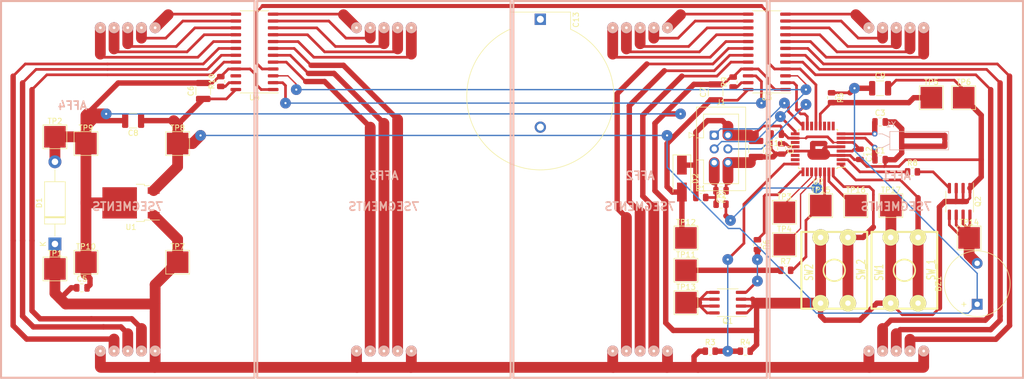
<source format=kicad_pcb>
(kicad_pcb (version 20211014) (generator pcbnew)
  (layers (0 "F.Cu" signal) (31 "B.Cu" signal) (34 "B.Paste" user) (35 "F.Paste" user) (36 "B.SilkS" user "B.Silkscreen") (37 "F.SilkS" user "F.Silkscreen") (38 "B.Mask" user) (39 "F.Mask" user) (44 "Edge.Cuts" user))
  (net 0 "")
  (net 1 "VCCin")
  (net 2 "Net-(AFF1-Pad2)")
  (net 3 "Net-(AFF1-Pad4)")
  (net 4 "Net-(AFF1-Pad3)")
  (net 5 "Net-(AFF1-Pad6)")
  (net 6 "Net-(AFF1-Pad7)")
  (net 7 "Net-(AFF1-Pad10)")
  (net 8 "Net-(AFF1-Pad8)")
  (net 9 "Net-(AFF1-Pad9)")
  (net 10 "Net-(AFF2-Pad2)")
  (net 11 "Net-(AFF2-Pad4)")
  (net 12 "Net-(AFF2-Pad3)")
  (net 13 "Net-(AFF2-Pad6)")
  (net 14 "Net-(AFF2-Pad7)")
  (net 15 "Net-(AFF2-Pad10)")
  (net 16 "Net-(AFF2-Pad8)")
  (net 17 "Net-(AFF2-Pad9)")
  (net 18 "Net-(AFF3-Pad2)")
  (net 19 "Net-(AFF3-Pad4)")
  (net 20 "Net-(AFF3-Pad3)")
  (net 21 "Net-(AFF3-Pad6)")
  (net 22 "Net-(AFF3-Pad7)")
  (net 23 "Net-(AFF3-Pad10)")
  (net 24 "Net-(AFF3-Pad8)")
  (net 25 "Net-(AFF3-Pad9)")
  (net 26 "Net-(AFF4-Pad2)")
  (net 27 "Net-(AFF4-Pad4)")
  (net 28 "Net-(AFF4-Pad3)")
  (net 29 "Net-(AFF4-Pad6)")
  (net 30 "Net-(AFF4-Pad7)")
  (net 31 "Net-(AFF4-Pad10)")
  (net 32 "Net-(AFF4-Pad8)")
  (net 33 "Net-(AFF4-Pad9)")
  (net 34 "Net-(C1-Pad1)")
  (net 35 "GND")
  (net 36 "RST")
  (net 37 "Net-(C3-Pad1)")
  (net 38 "Net-(C4-Pad1)")
  (net 39 "VCCm")
  (net 40 "VCC")
  (net 41 "MISO")
  (net 42 "SCK")
  (net 43 "MOSI")
  (net 44 "Net-(Q1-Pad4)")
  (net 45 "Net-(Q1-Pad5)")
  (net 46 "Net-(Q2-Pad4)")
  (net 47 "Net-(BZ1-Pad2)")
  (net 49 "Net-(R2-Pad2)")
  (net 50 "BAT")
  (net 51 "SENSOR")
  (net 52 "UC")
  (net 53 "Net-(R7-Pad1)")
  (net 54 "RXD")
  (net 55 "UC2")
  (net 56 "Net-(R9-Pad1)")
  (net 57 "Net-(R10-Pad1)")
  (net 58 "Net-(SW1-Pad1)")
  (net 59 "Net-(SW2-Pad1)")
  (net 60 "Net-(TP3-Pad1)")
  (net 61 "Net-(TP4-Pad1)")
  (net 62 "TXD")
  (net 66 "EN")
  (net 71 "Net-(U3-Pad22)")
  (footprint "Capacitor_SMD:C_0805_2012Metric" (layer "F.Cu") (at 164.25 44.75 180)
    (fp_text reference "C11")
    (fp_text value "0.1")
  )
  (footprint "TestPoint:TestPoint_Pad_4.0x4.0mm" (layer "F.Cu") (at 147.5 70)
    (fp_text reference "TP11")
    (fp_text value "URX")
  )
  (footprint "Battery:BatteryHolder_ComfortableElectronic_CH273-2450_1x2450" (layer "F.Cu") (at 120.5 23.460914 -90)
    (fp_text reference "C13")
    (fp_text value "1F")
  )
  (footprint "TestPoint:TestPoint_Pad_4.0x4.0mm" (layer "F.Cu") (at 179 58)
    (fp_text reference "TP16")
    (fp_text value "TX")
  )
  (footprint "Package_SO:SO-24_5.3x15mm_P1.27mm" (layer "F.Cu") (at 162.5 29.5 180)
    (fp_text reference "U3")
    (fp_text value "STP16CP05")
  )
  (footprint "Capacitor_SMD:C_1210_3225Metric" (layer "F.Cu") (at 153 37 90)
    (fp_text reference "C7")
    (fp_text value "10.0")
  )
  (footprint "button:SW_1" (layer "F.Cu") (at 188 70 -90)
    (fp_text reference "SW1")
    (fp_text value "SW_1")
  )
  (footprint "TestPoint:TestPoint_Pad_4.0x4.0mm" (layer "F.Cu") (at 36.25 68.5)
    (fp_text reference "TP10")
    (fp_text value "Out-")
  )
  (footprint "TestPoint:TestPoint_Pad_4.0x4.0mm" (layer "F.Cu") (at 147.5 76)
    (fp_text reference "TP13")
    (fp_text value "U-")
  )
  (footprint "TestPoint:TestPoint_Pad_4.0x4.0mm" (layer "F.Cu") (at 193 38)
    (fp_text reference "TP5")
    (fp_text value "S+")
  )
  (footprint "Resistor_SMD:R_0805_2012Metric" (layer "F.Cu") (at 154 57.75)
    (fp_text reference "R2")
    (fp_text value "470")
  )
  (footprint "Package_SO:SOIC-8_3.9x4.9mm_P1.27mm" (layer "F.Cu") (at 198.25 57.25 -90)
    (fp_text reference "Q2")
    (fp_text value "IRF7403")
  )
  (footprint "TestPoint:TestPoint_Pad_4.0x4.0mm" (layer "F.Cu") (at 147.5 64)
    (fp_text reference "TP12")
    (fp_text value "U+")
  )
  (footprint "Resistor_SMD:R_0805_2012Metric" (layer "F.Cu") (at 61.25 35 90)
    (fp_text reference "R10")
    (fp_text value "2k2")
  )
  (footprint "TestPoint:TestPoint_Pad_4.0x4.0mm" (layer "F.Cu") (at 53.25 46.5)
    (fp_text reference "TP8")
    (fp_text value "Out+")
  )
  (footprint "TestPoint:TestPoint_Pad_4.0x4.0mm" (layer "F.Cu") (at 185.5 58)
    (fp_text reference "TP17")
    (fp_text value "GND")
  )
  (footprint "Capacitor_SMD:C_1210_3225Metric" (layer "F.Cu") (at 58 36.75 90)
    (fp_text reference "C6")
    (fp_text value "10.0")
  )
  (footprint "Resistor_SMD:R_0805_2012Metric" (layer "F.Cu") (at 189.5 51.75)
    (fp_text reference "R8")
    (fp_text value "1k")
  )
  (footprint "Resistor_SMD:R_0805_2012Metric" (layer "F.Cu") (at 160.75 65.25 -90)
    (fp_text reference "R6")
    (fp_text value "1k")
  )
  (footprint "button:SW_1" (layer "F.Cu") (at 175 70 -90)
    (fp_text reference "SW2")
    (fp_text value "SW_2")
  )
  (footprint "TestPoint:TestPoint_Pad_4.0x4.0mm" (layer "F.Cu") (at 30.5 45.25)
    (fp_text reference "TP2")
    (fp_text value "-")
  )
  (footprint "Package_SO:SO-24_5.3x15mm_P1.27mm" (layer "F.Cu") (at 67.5 29.5 180)
    (fp_text reference "U4")
    (fp_text value "STP16CP05")
  )
  (footprint "Capacitor_SMD:C_0805_2012Metric" (layer "F.Cu") (at 183.5 49.5)
    (fp_text reference "C1")
    (fp_text value "12")
  )
  (footprint "TestPoint:TestPoint_Pad_4.0x4.0mm" (layer "F.Cu") (at 199 38)
    (fp_text reference "TP6")
    (fp_text value "S-")
  )
  (footprint "Diode_SMD:D_SMA_Handsoldering" (layer "F.Cu") (at 146.75 53 -90)
    (fp_text reference "D2")
    (fp_text value "SS16")
  )
  (footprint "Buzzer_Beeper:Buzzer_12x9.5RM7.6" (layer "F.Cu") (at 201.5 76.3 90)
    (fp_text reference "BZ1")
    (fp_text value "Buzzer")
  )
  (footprint "Resistor_SMD:R_0805_2012Metric" (layer "F.Cu") (at 156.25 35.0875 90)
    (fp_text reference "R9")
    (fp_text value "2k2")
  )
  (footprint "Resistor_SMD:R_0805_2012Metric" (layer "F.Cu") (at 158.5 85)
    (fp_text reference "R4")
    (fp_text value "10k")
  )
  (footprint "Capacitor_SMD:C_0805_2012Metric" (layer "F.Cu") (at 154 55.25 180)
    (fp_text reference "C2")
    (fp_text value "0.1")
  )
  (footprint "Capacitor_SMD:C_0805_2012Metric" (layer "F.Cu") (at 183.5 42.5)
    (fp_text reference "C3")
    (fp_text value "12")
  )
  (footprint "Capacitor_SMD:C_1210_3225Metric" (layer "F.Cu") (at 183.5 36.25)
    (fp_text reference "C9")
    (fp_text value "10.0")
  )
  (footprint "Resistor_SMD:R_0805_2012Metric" (layer "F.Cu") (at 152 85)
    (fp_text reference "R3")
    (fp_text value "47k")
  )
  (footprint "Resistor_SMD:R_0805_2012Metric" (layer "F.Cu") (at 174.5 38 -90)
    (fp_text reference "R5")
    (fp_text value "4k7")
  )
  (footprint "Capacitor_SMD:C_1210_3225Metric" (layer "F.Cu") (at 160.5 47.5 -90)
    (fp_text reference "C10")
    (fp_text value "10.0")
  )
  (footprint "TestPoint:TestPoint_Pad_4.0x4.0mm" (layer "F.Cu") (at 53.25 68.5)
    (fp_text reference "TP7")
    (fp_text value "In+")
  )
  (footprint "Capacitor_SMD:C_0805_2012Metric" (layer "F.Cu") (at 179.75 48.5 -90)
    (fp_text reference "C12")
    (fp_text value "0.1")
  )
  (footprint "Package_SO:SOIC-8_3.9x4.9mm_P1.27mm" (layer "F.Cu") (at 155.25 76 180)
    (fp_text reference "Q1")
    (fp_text value "IRF7403")
  )
  (footprint "Capacitor_SMD:C_1210_3225Metric" (layer "F.Cu") (at 45 42.25 180)
    (fp_text reference "C8")
    (fp_text value "10.0")
  )
  (footprint "TestPoint:TestPoint_Pad_4.0x4.0mm" (layer "F.Cu") (at 36.25 46.5)
    (fp_text reference "TP9")
    (fp_text value "In-")
  )
  (footprint "TestPoint:TestPoint_Pad_4.0x4.0mm" (layer "F.Cu") (at 172.5 58)
    (fp_text reference "TP15")
    (fp_text value "RX")
  )
  (footprint "TestPoint:TestPoint_Pad_4.0x4.0mm" (layer "F.Cu") (at 165.75 65.25)
    (fp_text reference "TP4")
    (fp_text value "SCL")
  )
  (footprint "Diode_THT:D_DO-15_P15.24mm_Horizontal" (layer "F.Cu") (at 30.5 65.12 90)
    (fp_text reference "D1")
    (fp_text value "D")
  )
  (footprint "Capacitor_SMD:C_0805_2012Metric" (layer "F.Cu") (at 165.25 47.5 -90)
    (fp_text reference "C4")
    (fp_text value "0.1")
  )
  (footprint "Resistor_SMD:R_0805_2012Metric" (layer "F.Cu") (at 150.25 56.5)
    (fp_text reference "R1")
    (fp_text value "10k")
  )
  (footprint "Package_TO_SOT_SMD:TO-252-2" (layer "F.Cu") (at 44.6 57.5 180)
    (fp_text reference "U1")
    (fp_text value "LM78M05_TO252")
  )
  (footprint "Resistor_SMD:R_0805_2012Metric" (layer "F.Cu") (at 166 70)
    (fp_text reference "R7")
    (fp_text value "1k")
  )
  (footprint "Connector_IDC:IDC-Header_2x03_P2.54mm_Vertical" (layer "F.Cu") (at 152.7475 44.955)
    (fp_text reference "J1")
    (fp_text value "AVR-ISP-6")
  )
  (footprint "Capacitor_SMD:C_0805_2012Metric" (layer "F.Cu") (at 35.5 73.25)
    (fp_text reference "C5")
    (fp_text value "1.0")
  )
  (footprint "TestPoint:TestPoint_Pad_4.0x4.0mm" (layer "F.Cu") (at 200 64)
    (fp_text reference "TP14")
    (fp_text value "U2-")
  )
  (footprint "TestPoint:TestPoint_Pad_4.0x4.0mm" (layer "F.Cu") (at 30.5 69.75)
    (fp_text reference "TP1")
    (fp_text value "+")
  )
  (footprint "TestPoint:TestPoint_Pad_4.0x4.0mm" (layer "F.Cu") (at 165.75 59.25)
    (fp_text reference "TP3")
    (fp_text value "SDA")
  )
  (footprint "Package_QFP:TQFP-32_7x7mm_P0.8mm" (layer "F.Cu") (at 172 47.5 180)
    (fp_text reference "U2")
    (fp_text value "ATmega8A-A")
  )
  (footprint "display:AFF_S2306" (layer "B.Cu") (at 91.5 55 180)
    (fp_text reference "AFF3")
    (fp_text value "7SEGMENTS")
  )
  (footprint "display:AFF_S2306" (layer "B.Cu") (at 139 55 180)
    (fp_text reference "AFF2")
    (fp_text value "7SEGMENTS")
  )
  (footprint "display:AFF_S2306" (layer "B.Cu") (at 44 55 180)
    (fp_text reference "AFF4")
    (fp_text value "7SEGMENTS")
  )
  (footprint "display:AFF_S2306" (layer "B.Cu") (at 186.5 55 180)
    (fp_text reference "AFF1")
    (fp_text value "7SEGMENTS")
  )
  (footprint "Crystal:Crystal_AT310_D3.0mm_L10.0mm_Horizontal" (layer "B.Cu") (at 182.5 44.7 -90)
    (fp_text reference "Y1")
    (fp_text value "32768")
  )
  (segment (start 30.5 74.25) (end 31.5 75.25) (width 2) (layer "F.Cu") (net 1))
  (segment (start 49.08 87.92) (end 49 88) (width 0.25) (layer "F.Cu") (net 1))
  (segment (start 144.08 87.92) (end 144 88) (width 0.25) (layer "F.Cu") (net 1))
  (segment (start 32.5 76.25) (end 49 76.25) (width 2) (layer "F.Cu") (net 1))
  (segment (start 49 88) (end 86.5 88) (width 2) (layer "F.Cu") (net 1))
  (segment (start 30.5 69.75) (end 30.5 74.25) (width 2) (layer "F.Cu") (net 1))
  (segment (start 133.92 84.972) (end 133.92 87.92) (width 2) (layer "F.Cu") (net 1))
  (segment (start 86.5 88) (end 96.5 88) (width 2) (layer "F.Cu") (net 1))
  (segment (start 38.92 87.92) (end 39 88) (width 0.25) (layer "F.Cu") (net 1))
  (segment (start 181.42 87.92) (end 181.5 88) (width 0.25) (layer "F.Cu") (net 1))
  (segment (start 150 85) (end 149 86) (width 1) (layer "F.Cu") (net 1))
  (segment (start 33.5 73.25) (end 31.5 75.25) (width 1) (layer "F.Cu") (net 1))
  (segment (start 86.42 87.92) (end 86.5 88) (width 0.25) (layer "F.Cu") (net 1))
  (segment (start 49.08 76.17) (end 49.08 72.67) (width 2) (layer "F.Cu") (net 1))
  (segment (start 34.55 73.25) (end 33.5 73.25) (width 1) (layer "F.Cu") (net 1))
  (segment (start 49 76.25) (end 49.08 76.17) (width 0.25) (layer "F.Cu") (net 1))
  (segment (start 49.08 84.972) (end 49.08 76.17) (width 2) (layer "F.Cu") (net 1))
  (segment (start 144 88) (end 149.75 88) (width 2) (layer "F.Cu") (net 1))
  (segment (start 49.08 84.972) (end 49.08 87.92) (width 2) (layer "F.Cu") (net 1))
  (segment (start 38.92 84.972) (end 38.92 87.92) (width 2) (layer "F.Cu") (net 1))
  (segment (start 151.0875 85) (end 150 85) (width 1) (layer "F.Cu") (net 1))
  (segment (start 133.92 87.92) (end 134 88) (width 0.25) (layer "F.Cu") (net 1))
  (segment (start 96.5 88) (end 134 88) (width 2) (layer "F.Cu") (net 1))
  (segment (start 181.5 88) (end 191.5 88) (width 2) (layer "F.Cu") (net 1))
  (segment (start 96.58 84.972) (end 96.58 87.92) (width 2) (layer "F.Cu") (net 1))
  (segment (start 191.5 88) (end 191.58 87.92) (width 0.25) (layer "F.Cu") (net 1))
  (segment (start 181.42 84.972) (end 181.42 87.92) (width 2) (layer "F.Cu") (net 1))
  (segment (start 31.5 75.25) (end 32.5 76.25) (width 2) (layer "F.Cu") (net 1))
  (segment (start 30.5 69.75) (end 30.5 65.12) (width 2) (layer "F.Cu") (net 1))
  (segment (start 149.75 88) (end 181.5 88) (width 2) (layer "F.Cu") (net 1))
  (segment (start 53.25 68.5) (end 53.25 64.23) (width 2) (layer "F.Cu") (net 1))
  (segment (start 149 86) (end 149 87.25) (width 1) (layer "F.Cu") (net 1))
  (segment (start 191.58 87.92) (end 191.58 84.972) (width 2) (layer "F.Cu") (net 1))
  (segment (start 96.58 87.92) (end 96.5 88) (width 0.25) (layer "F.Cu") (net 1))
  (segment (start 149 87.25) (end 149.75 88) (width 0.25) (layer "F.Cu") (net 1))
  (segment (start 86.42 84.972) (end 86.42 87.92) (width 2) (layer "F.Cu") (net 1))
  (segment (start 144.08 84.972) (end 144.08 87.92) (width 2) (layer "F.Cu") (net 1))
  (segment (start 39 88) (end 49 88) (width 2) (layer "F.Cu") (net 1))
  (segment (start 49.08 72.67) (end 53.25 68.5) (width 2) (layer "F.Cu") (net 1))
  (segment (start 134 88) (end 144 88) (width 2) (layer "F.Cu") (net 1))
  (segment (start 53.25 64.23) (end 48.8 59.78) (width 2) (layer "F.Cu") (net 1))
  (segment (start 189.04 84.972) (end 189.04 82.79) (width 2) (layer "F.Cu") (net 2))
  (segment (start 173 31.75) (end 205.25 31.75) (width 0.5) (layer "F.Cu") (net 2))
  (segment (start 204.96 82.79) (end 189.04 82.79) (width 1) (layer "F.Cu") (net 2))
  (segment (start 165.9625 28.865) (end 170.115 28.865) (width 0.5) (layer "F.Cu") (net 2))
  (segment (start 207.5 80.25) (end 204.96 82.79) (width 1) (layer "F.Cu") (net 2))
  (segment (start 207.5 34) (end 207.5 80.25) (width 1) (layer "F.Cu") (net 2))
  (segment (start 170.115 28.865) (end 173 31.75) (width 0.5) (layer "F.Cu") (net 2))
  (segment (start 205.25 31.75) (end 207.5 34) (width 0.5) (layer "F.Cu") (net 2))
  (segment (start 171.5 33.75) (end 201.25 33.75) (width 0.5) (layer "F.Cu") (net 3))
  (segment (start 183.96 80.79) (end 185.5 79.25) (width 1) (layer "F.Cu") (net 3))
  (segment (start 204 78.25) (end 204 77.25) (width 1) (layer "F.Cu") (net 3))
  (segment (start 185.5 79.25) (end 203 79.25) (width 1) (layer "F.Cu") (net 3))
  (segment (start 169.155 31.405) (end 171.5 33.75) (width 0.5) (layer "F.Cu") (net 3))
  (segment (start 203 79.25) (end 204 78.25) (width 1) (layer "F.Cu") (net 3))
  (segment (start 183.96 84.972) (end 183.96 80.79) (width 2) (layer "F.Cu") (net 3))
  (segment (start 204 36.5) (end 204 77.25) (width 1) (layer "F.Cu") (net 3))
  (segment (start 201.25 33.75) (end 204 36.5) (width 0.5) (layer "F.Cu") (net 3))
  (segment (start 165.9625 31.405) (end 169.155 31.405) (width 0.5) (layer "F.Cu") (net 3))
  (segment (start 205.75 79.25) (end 205.75 78.5) (width 1) (layer "F.Cu") (net 4))
  (segment (start 205.75 35.25) (end 205.75 78.5) (width 1) (layer "F.Cu") (net 4))
  (segment (start 165.9625 30.135) (end 169.635 30.135) (width 0.5) (layer "F.Cu") (net 4))
  (segment (start 172.25 32.75) (end 203.25 32.75) (width 0.5) (layer "F.Cu") (net 4))
  (segment (start 204 81) (end 205.75 79.25) (width 1) (layer "F.Cu") (net 4))
  (segment (start 169.635 30.135) (end 172.25 32.75) (width 0.5) (layer "F.Cu") (net 4))
  (segment (start 203.25 32.75) (end 205.75 35.25) (width 0.5) (layer "F.Cu") (net 4))
  (segment (start 187.25 81) (end 204 81) (width 1) (layer "F.Cu") (net 4))
  (segment (start 186.5 84.972) (end 186.5 81.75) (width 2) (layer "F.Cu") (net 4))
  (segment (start 186.5 81.75) (end 187.25 81) (width 1) (layer "F.Cu") (net 4))
  (segment (start 181.42 25.028) (end 179 22.608) (width 2) (layer "F.Cu") (net 5))
  (segment (start 165.9775 22.5) (end 165.9625 22.515) (width 0.25) (layer "F.Cu") (net 5))
  (segment (start 179 22.5) (end 165.9775 22.5) (width 0.5) (layer "F.Cu") (net 5))
  (segment (start 179 22.608) (end 179 22.5) (width 0.25) (layer "F.Cu") (net 5))
  (segment (start 179.46 26.96) (end 176.285 23.785) (width 0.5) (layer "F.Cu") (net 6))
  (segment (start 183.96 25.028) (end 183.96 26.96) (width 2) (layer "F.Cu") (net 6))
  (segment (start 176.285 23.785) (end 165.9625 23.785) (width 0.5) (layer "F.Cu") (net 6))
  (segment (start 183.96 26.96) (end 179.46 26.96) (width 0.5) (layer "F.Cu") (net 6))
  (segment (start 183.96 26.96) (end 184 27) (width 0.25) (layer "F.Cu") (net 6))
  (segment (start 173.5 30.5) (end 170.595 27.595) (width 0.5) (layer "F.Cu") (net 7))
  (segment (start 170.595 27.595) (end 165.9625 27.595) (width 0.5) (layer "F.Cu") (net 7))
  (segment (start 191 30.5) (end 173.5 30.5) (width 0.5) (layer "F.Cu") (net 7))
  (segment (start 191.58 25.028) (end 191.58 29.92) (width 2) (layer "F.Cu") (net 7))
  (segment (start 191.58 29.92) (end 191 30.5) (width 0.25) (layer "F.Cu") (net 7))
  (segment (start 191.58 29.92) (end 191.5 30) (width 0.25) (layer "F.Cu") (net 7))
  (segment (start 177.5 28.5) (end 174.055 25.055) (width 0.5) (layer "F.Cu") (net 8))
  (segment (start 174.055 25.055) (end 165.9625 25.055) (width 0.5) (layer "F.Cu") (net 8))
  (segment (start 186 28.5) (end 177.5 28.5) (width 0.5) (layer "F.Cu") (net 8))
  (segment (start 186.5 28) (end 186 28.5) (width 0.25) (layer "F.Cu") (net 8))
  (segment (start 186.5 25.028) (end 186.5 28) (width 2) (layer "F.Cu") (net 8))
  (segment (start 189.04 28.96) (end 189 29) (width 0.25) (layer "F.Cu") (net 9))
  (segment (start 175.5 29.5) (end 172.325 26.325) (width 0.5) (layer "F.Cu") (net 9))
  (segment (start 188.5 29.5) (end 175.5 29.5) (width 0.5) (layer "F.Cu") (net 9))
  (segment (start 172.325 26.325) (end 165.9625 26.325) (width 0.5) (layer "F.Cu") (net 9))
  (segment (start 189.04 28.96) (end 188.5 29.5) (width 0.25) (layer "F.Cu") (net 9))
  (segment (start 189.04 25.028) (end 189.04 28.96) (width 2) (layer "F.Cu") (net 9))
  (segment (start 153.25 34) (end 155.845 31.405) (width 0.5) (layer "F.Cu") (net 10))
  (segment (start 139.5 56.25) (end 139.5 41.25) (width 1) (layer "F.Cu") (net 10))
  (segment (start 141.54 39.21) (end 146.75 34) (width 1) (layer "F.Cu") (net 10))
  (segment (start 141.54 58.29) (end 139.5 56.25) (width 1) (layer "F.Cu") (net 10))
  (segment (start 139.5 41.25) (end 141.54 39.21) (width 1) (layer "F.Cu") (net 10))
  (segment (start 141.54 84.972) (end 141.54 58.29) (width 2) (layer "F.Cu") (net 10))
  (segment (start 155.845 31.405) (end 159.0375 31.405) (width 0.5) (layer "F.Cu") (net 10))
  (segment (start 146.75 34) (end 153.25 34) (width 0.5) (layer "F.Cu") (net 10))
  (segment (start 134.75 58.5) (end 134.75 37.25) (width 1) (layer "F.Cu") (net 11))
  (segment (start 136.46 35.54) (end 140.25 31.75) (width 1) (layer "F.Cu") (net 11))
  (segment (start 155.385 28.865) (end 159.0375 28.865) (width 0.5) (layer "F.Cu") (net 11))
  (segment (start 136.46 84.972) (end 136.46 60.21) (width 2) (layer "F.Cu") (net 11))
  (segment (start 136.46 60.21) (end 134.75 58.5) (width 1) (layer "F.Cu") (net 11))
  (segment (start 140.25 31.75) (end 152.5 31.75) (width 0.5) (layer "F.Cu") (net 11))
  (segment (start 152.5 31.75) (end 155.385 28.865) (width 0.5) (layer "F.Cu") (net 11))
  (segment (start 134.75 37.25) (end 136.46 35.54) (width 1) (layer "F.Cu") (net 11))
  (segment (start 139 84.972) (end 139 59.25) (width 2) (layer "F.Cu") (net 12))
  (segment (start 143.5 33) (end 152.75 33) (width 0.5) (layer "F.Cu") (net 12))
  (segment (start 139 37.5) (end 143.5 33) (width 1) (layer "F.Cu") (net 12))
  (segment (start 152.75 33) (end 155.615 30.135) (width 0.5) (layer "F.Cu") (net 12))
  (segment (start 139 59.25) (end 137 57.25) (width 1) (layer "F.Cu") (net 12))
  (segment (start 155.615 30.135) (end 159.0375 30.135) (width 0.5) (layer "F.Cu") (net 12))
  (segment (start 137 39.5) (end 139 37.5) (width 1) (layer "F.Cu") (net 12))
  (segment (start 137 57.25) (end 137 39.5) (width 1) (layer "F.Cu") (net 12))
  (segment (start 134.5 30.5) (end 152 30.5) (width 0.5) (layer "F.Cu") (net 13))
  (segment (start 133.92 29.92) (end 134 30) (width 0.25) (layer "F.Cu") (net 13))
  (segment (start 133.92 29.92) (end 134.5 30.5) (width 0.25) (layer "F.Cu") (net 13))
  (segment (start 154.905 27.595) (end 159.0375 27.595) (width 0.5) (layer "F.Cu") (net 13))
  (segment (start 152 30.5) (end 154.905 27.595) (width 0.5) (layer "F.Cu") (net 13))
  (segment (start 133.92 25.028) (end 133.92 29.92) (width 2) (layer "F.Cu") (net 13))
  (segment (start 153.175 26.325) (end 159.0375 26.325) (width 0.5) (layer "F.Cu") (net 14))
  (segment (start 137 29.5) (end 150 29.5) (width 0.5) (layer "F.Cu") (net 14))
  (segment (start 150 29.5) (end 153.175 26.325) (width 0.5) (layer "F.Cu") (net 14))
  (segment (start 136.46 25.028) (end 136.46 28.96) (width 2) (layer "F.Cu") (net 14))
  (segment (start 136.46 28.96) (end 136.5 29) (width 0.25) (layer "F.Cu") (net 14))
  (segment (start 136.46 28.96) (end 137 29.5) (width 0.25) (layer "F.Cu") (net 14))
  (segment (start 159.0225 22.5) (end 159.0375 22.515) (width 0.25) (layer "F.Cu") (net 15))
  (segment (start 144.08 25.028) (end 146.5 22.608) (width 2) (layer "F.Cu") (net 15))
  (segment (start 146.5 22.5) (end 159.0225 22.5) (width 0.5) (layer "F.Cu") (net 15))
  (segment (start 146.5 22.608) (end 146.5 22.5) (width 0.25) (layer "F.Cu") (net 15))
  (segment (start 139 25.028) (end 139 28) (width 2) (layer "F.Cu") (net 16))
  (segment (start 139.5 28.5) (end 148 28.5) (width 0.5) (layer "F.Cu") (net 16))
  (segment (start 148 28.5) (end 151.445 25.055) (width 0.5) (layer "F.Cu") (net 16))
  (segment (start 139 28) (end 139.5 28.5) (width 0.25) (layer "F.Cu") (net 16))
  (segment (start 151.445 25.055) (end 159.0375 25.055) (width 0.5) (layer "F.Cu") (net 16))
  (segment (start 141.54 26.96) (end 146.04 26.96) (width 0.5) (layer "F.Cu") (net 17))
  (segment (start 141.54 25.028) (end 141.54 26.96) (width 2) (layer "F.Cu") (net 17))
  (segment (start 149.215 23.785) (end 159.0375 23.785) (width 0.5) (layer "F.Cu") (net 17))
  (segment (start 146.04 26.96) (end 149.215 23.785) (width 0.5) (layer "F.Cu") (net 17))
  (segment (start 94.04 42.04) (end 84 32) (width 1) (layer "F.Cu") (net 18))
  (segment (start 74.865 28.865) (end 70.9625 28.865) (width 0.5) (layer "F.Cu") (net 18))
  (segment (start 78 32) (end 74.865 28.865) (width 0.5) (layer "F.Cu") (net 18))
  (segment (start 94.04 84.972) (end 94.04 42.04) (width 2) (layer "F.Cu") (net 18))
  (segment (start 84 32) (end 78 32) (width 1) (layer "F.Cu") (net 18))
  (segment (start 88.96 84.972) (end 88.96 43.46) (width 2) (layer "F.Cu") (net 19))
  (segment (start 80.5 35) (end 77 35) (width 1) (layer "F.Cu") (net 19))
  (segment (start 88.96 43.46) (end 80.5 35) (width 1) (layer "F.Cu") (net 19))
  (segment (start 77 35) (end 73.405 31.405) (width 0.5) (layer "F.Cu") (net 19))
  (segment (start 73.405 31.405) (end 70.9625 31.405) (width 0.5) (layer "F.Cu") (net 19))
  (segment (start 77.5 33.5) (end 74.135 30.135) (width 0.5) (layer "F.Cu") (net 20))
  (segment (start 74.135 30.135) (end 70.9625 30.135) (width 0.5) (layer "F.Cu") (net 20))
  (segment (start 82.25 33.5) (end 77.5 33.5) (width 1) (layer "F.Cu") (net 20))
  (segment (start 91.5 42.75) (end 82.25 33.5) (width 1) (layer "F.Cu") (net 20))
  (segment (start 91.5 84.972) (end 91.5 42.75) (width 2) (layer "F.Cu") (net 20))
  (segment (start 84 22.608) (end 84 22.5) (width 0.25) (layer "F.Cu") (net 21))
  (segment (start 86.42 25.028) (end 84 22.608) (width 2) (layer "F.Cu") (net 21))
  (segment (start 70.9775 22.5) (end 70.9625 22.515) (width 0.25) (layer "F.Cu") (net 21))
  (segment (start 84 22.5) (end 70.9775 22.5) (width 0.5) (layer "F.Cu") (net 21))
  (segment (start 88.96 26.96) (end 84.46 26.96) (width 0.5) (layer "F.Cu") (net 22))
  (segment (start 88.96 25.028) (end 88.96 26.96) (width 2) (layer "F.Cu") (net 22))
  (segment (start 84.46 26.96) (end 81.285 23.785) (width 0.5) (layer "F.Cu") (net 22))
  (segment (start 81.285 23.785) (end 70.9625 23.785) (width 0.5) (layer "F.Cu") (net 22))
  (segment (start 96.58 29.92) (end 96.5 30) (width 0.25) (layer "F.Cu") (net 23))
  (segment (start 78.5 30.5) (end 75.595 27.595) (width 0.5) (layer "F.Cu") (net 23))
  (segment (start 96.58 29.92) (end 96 30.5) (width 0.25) (layer "F.Cu") (net 23))
  (segment (start 75.595 27.595) (end 70.9625 27.595) (width 0.5) (layer "F.Cu") (net 23))
  (segment (start 96 30.5) (end 78.5 30.5) (width 0.5) (layer "F.Cu") (net 23))
  (segment (start 96.58 25.028) (end 96.58 29.92) (width 2) (layer "F.Cu") (net 23))
  (segment (start 91.5 28) (end 91 28.5) (width 0.25) (layer "F.Cu") (net 24))
  (segment (start 79.055 25.055) (end 70.9625 25.055) (width 0.5) (layer "F.Cu") (net 24))
  (segment (start 82.5 28.5) (end 79.055 25.055) (width 0.5) (layer "F.Cu") (net 24))
  (segment (start 91 28.5) (end 82.5 28.5) (width 0.5) (layer "F.Cu") (net 24))
  (segment (start 91.5 25.028) (end 91.5 28) (width 2) (layer "F.Cu") (net 24))
  (segment (start 94.04 28.96) (end 93.5 29.5) (width 0.25) (layer "F.Cu") (net 25))
  (segment (start 77.325 26.325) (end 70.9625 26.325) (width 0.5) (layer "F.Cu") (net 25))
  (segment (start 93.5 29.5) (end 80.5 29.5) (width 0.5) (layer "F.Cu") (net 25))
  (segment (start 94.04 25.028) (end 94.04 28.96) (width 2) (layer "F.Cu") (net 25))
  (segment (start 80.5 29.5) (end 77.325 26.325) (width 0.5) (layer "F.Cu") (net 25))
  (segment (start 64.0375 31.405) (end 61.845 31.405) (width 0.5) (layer "F.Cu") (net 26))
  (segment (start 26.25 64.5) (end 26.25 36.5) (width 1) (layer "F.Cu") (net 26))
  (segment (start 26.25 77.5) (end 26.25 64.5) (width 1) (layer "F.Cu") (net 26))
  (segment (start 46.54 80.79) (end 44.75 79) (width 1) (layer "F.Cu") (net 26))
  (segment (start 26.25 36.5) (end 29 33.75) (width 0.5) (layer "F.Cu") (net 26))
  (segment (start 37.25 79) (end 27.75 79) (width 1) (layer "F.Cu") (net 26))
  (segment (start 27.75 79) (end 26.25 77.5) (width 1) (layer "F.Cu") (net 26))
  (segment (start 44.75 79) (end 37.25 79) (width 1) (layer "F.Cu") (net 26))
  (segment (start 40.25 33.75) (end 59.5 33.75) (width 0.5) (layer "F.Cu") (net 26))
  (segment (start 29 33.75) (end 40.25 33.75) (width 0.5) (layer "F.Cu") (net 26))
  (segment (start 61.845 31.405) (end 60.75 32.5) (width 0.5) (layer "F.Cu") (net 26))
  (segment (start 46.54 84.972) (end 46.54 80.79) (width 2) (layer "F.Cu") (net 26))
  (segment (start 59.5 33.75) (end 60.75 32.5) (width 0.5) (layer "F.Cu") (net 26))
  (segment (start 41.46 84.972) (end 41.46 82.75) (width 2) (layer "F.Cu") (net 27))
  (segment (start 22.75 34) (end 25 31.75) (width 0.5) (layer "F.Cu") (net 27))
  (segment (start 22.75 64.5) (end 22.75 34) (width 1) (layer "F.Cu") (net 27))
  (segment (start 41.46 82.75) (end 25.25 82.75) (width 1) (layer "F.Cu") (net 27))
  (segment (start 22.75 80.25) (end 22.75 64.5) (width 1) (layer "F.Cu") (net 27))
  (segment (start 58 31.75) (end 59.75 30) (width 0.5) (layer "F.Cu") (net 27))
  (segment (start 60.885 28.865) (end 59.75 30) (width 0.5) (layer "F.Cu") (net 27))
  (segment (start 25 31.75) (end 40.25 31.75) (width 0.5) (layer "F.Cu") (net 27))
  (segment (start 25.25 82.75) (end 22.75 80.25) (width 1) (layer "F.Cu") (net 27))
  (segment (start 64.0375 28.865) (end 60.885 28.865) (width 0.5) (layer "F.Cu") (net 27))
  (segment (start 40.25 31.75) (end 58 31.75) (width 0.5) (layer "F.Cu") (net 27))
  (segment (start 58.75 32.75) (end 59.5 32) (width 0.5) (layer "F.Cu") (net 28))
  (segment (start 42.75 80.5) (end 39.5 80.5) (width 1) (layer "F.Cu") (net 28))
  (segment (start 27 32.75) (end 40.25 32.75) (width 0.5) (layer "F.Cu") (net 28))
  (segment (start 44 81.75) (end 42.75 80.5) (width 1) (layer "F.Cu") (net 28))
  (segment (start 24.5 78.5) (end 24.5 64.5) (width 1) (layer "F.Cu") (net 28))
  (segment (start 26.5 80.5) (end 24.5 78.5) (width 1) (layer "F.Cu") (net 28))
  (segment (start 39.5 80.5) (end 26.5 80.5) (width 1) (layer "F.Cu") (net 28))
  (segment (start 24.5 35.25) (end 27 32.75) (width 0.5) (layer "F.Cu") (net 28))
  (segment (start 24.5 64.5) (end 24.5 35.25) (width 1) (layer "F.Cu") (net 28))
  (segment (start 61.365 30.135) (end 59.5 32) (width 0.5) (layer "F.Cu") (net 28))
  (segment (start 64.0375 30.135) (end 61.365 30.135) (width 0.5) (layer "F.Cu") (net 28))
  (segment (start 40.25 32.75) (end 58.75 32.75) (width 0.5) (layer "F.Cu") (net 28))
  (segment (start 44 84.972) (end 44 81.75) (width 2) (layer "F.Cu") (net 28))
  (segment (start 38.92 25.028) (end 38.92 29.92) (width 2) (layer "F.Cu") (net 29))
  (segment (start 39.5 30.5) (end 57 30.5) (width 0.5) (layer "F.Cu") (net 29))
  (segment (start 59.905 27.595) (end 64.0375 27.595) (width 0.5) (layer "F.Cu") (net 29))
  (segment (start 38.92 29.92) (end 39.5 30.5) (width 0.25) (layer "F.Cu") (net 29))
  (segment (start 57 30.5) (end 59.905 27.595) (width 0.5) (layer "F.Cu") (net 29))
  (segment (start 55 29.5) (end 58.175 26.325) (width 0.5) (layer "F.Cu") (net 30))
  (segment (start 58.175 26.325) (end 64.0375 26.325) (width 0.5) (layer "F.Cu") (net 30))
  (segment (start 42 29.5) (end 55 29.5) (width 0.5) (layer "F.Cu") (net 30))
  (segment (start 41.46 25.028) (end 41.46 28.96) (width 2) (layer "F.Cu") (net 30))
  (segment (start 41.46 28.96) (end 42 29.5) (width 0.25) (layer "F.Cu") (net 30))
  (segment (start 51.5 22.608) (end 51.5 22.5) (width 0.25) (layer "F.Cu") (net 31))
  (segment (start 49.08 25.028) (end 51.5 22.608) (width 2) (layer "F.Cu") (net 31))
  (segment (start 64.0225 22.5) (end 64.0375 22.515) (width 0.25) (layer "F.Cu") (net 31))
  (segment (start 51.5 22.5) (end 64.0225 22.5) (width 0.5) (layer "F.Cu") (net 31))
  (segment (start 44 25.028) (end 44 28) (width 2) (layer "F.Cu") (net 32))
  (segment (start 56.445 25.055) (end 64.0375 25.055) (width 0.5) (layer "F.Cu") (net 32))
  (segment (start 44 28) (end 44.5 28.5) (width 0.25) (layer "F.Cu") (net 32))
  (segment (start 44.5 28.5) (end 53 28.5) (width 0.5) (layer "F.Cu") (net 32))
  (segment (start 53 28.5) (end 56.445 25.055) (width 0.5) (layer "F.Cu") (net 32))
  (segment (start 46.54 26.96) (end 51.04 26.96) (width 0.5) (layer "F.Cu") (net 33))
  (segment (start 54.215 23.785) (end 64.0375 23.785) (width 0.5) (layer "F.Cu") (net 33))
  (segment (start 46.54 25.028) (end 46.54 26.96) (width 2) (layer "F.Cu") (net 33))
  (segment (start 51.04 26.96) (end 54.215 23.785) (width 0.5) (layer "F.Cu") (net 33))
  (segment (start 181.75 46.5) (end 181.76 46.5) (width 0.25) (layer "F.Cu") (net 34))
  (segment (start 176.25 45.5) (end 179.01 45.5) (width 0.5) (layer "F.Cu") (net 34))
  (segment (start 179.01 45.5) (end 180.75 45.5) (width 0.5) (layer "F.Cu") (net 34))
  (segment (start 182.5 49.45) (end 182.55 49.5) (width 0.25) (layer "F.Cu") (net 34))
  (segment (start 181.76 46.5) (end 182.5 47.24) (width 0.5) (layer "F.Cu") (net 34))
  (segment (start 182.5 47.24) (end 182.5 49.45) (width 1) (layer "F.Cu") (net 34))
  (segment (start 180.75 45.5) (end 181.75 46.5) (width 0.5) (layer "F.Cu") (net 34))
  (segment (start 67.75 35.5) (end 67.75 33.75) (width 0.5) (layer "F.Cu") (net 35))
  (segment (start 166.35 47.9) (end 165.8 48.45) (width 0.5) (layer "F.Cu") (net 35))
  (segment (start 202.25 52.68) (end 200.155 54.775) (width 1) (layer "F.Cu") (net 35))
  (segment (start 143.5 41) (end 146.5 41) (width 1) (layer "F.Cu") (net 35))
  (segment (start 68.735 36.485) (end 67.75 35.5) (width 0.5) (layer "F.Cu") (net 35))
  (segment (start 187.5 47) (end 187.5 48.25) (width 1) (layer "F.Cu") (net 35))
  (segment (start 194.5 58.266072) (end 195.516072 57.25) (width 1) (layer "F.Cu") (net 35))
  (segment (start 186.25 42.5) (end 187.5 43.75) (width 1) (layer "F.Cu") (net 35))
  (segment (start 167.75 47.9) (end 170.9 47.9) (width 0.5) (layer "F.Cu") (net 35))
  (segment (start 187.614 78.25) (end 193.25 78.25) (width 0.5) (layer "F.Cu") (net 35))
  (segment (start 176.25 48.7) (end 173.45 48.7) (width 0.5) (layer "F.Cu") (net 35))
  (segment (start 188.25 49.5) (end 202.25 49.5) (width 0.5) (layer "F.Cu") (net 35))
  (segment (start 163.675 48.975) (end 164.2 48.45) (width 1) (layer "F.Cu") (net 35))
  (segment (start 164.2 48.45) (end 165.25 48.45) (width 0.5) (layer "F.Cu") (net 35))
  (segment (start 160.596 76.096) (end 159.865 75.365) (width 1) (layer "F.Cu") (net 35))
  (segment (start 157.75 32.675) (end 156.25 34.175) (width 0.5) (layer "F.Cu") (net 35))
  (segment (start 36.25 70.75) (end 36.25 68.5) (width 2) (layer "F.Cu") (net 35))
  (segment (start 202.25 49.5) (end 202.25 52.68) (width 1) (layer "F.Cu") (net 35))
  (segment (start 184.45 49.5) (end 184.45 50.55) (width 0.5) (layer "F.Cu") (net 35))
  (segment (start 187.5 48.25) (end 186.25 49.5) (width 1) (layer "F.Cu") (net 35))
  (segment (start 141.75 42.75) (end 143.5 41) (width 1) (layer "F.Cu") (net 35))
  (segment (start 37.25 42.25) (end 36.25 43.25) (width 2) (layer "F.Cu") (net 35))
  (segment (start 173.25 48.5) (end 173.25 47.5) (width 1) (layer "F.Cu") (net 35))
  (segment (start 184.25 50.75) (end 187 50.75) (width 0.5) (layer "F.Cu") (net 35))
  (segment (start 36.25 46.5) (end 36.25 57.5) (width 2) (layer "F.Cu") (net 35))
  (segment (start 61.25 34.0875) (end 60.9125 34.0875) (width 0.25) (layer "F.Cu") (net 35))
  (segment (start 158.787 77.905) (end 160.596 76.096) (width 0.5) (layer "F.Cu") (net 35))
  (segment (start 171 46.5) (end 171 48) (width 1) (layer "F.Cu") (net 35))
  (segment (start 181.05 50.75) (end 179.75 49.45) (width 0.5) (layer "F.Cu") (net 35))
  (segment (start 155.825 34.175) (end 154.475 35.525) (width 0.5) (layer "F.Cu") (net 35))
  (segment (start 58 35.275) (end 42.225 35.275) (width 1) (layer "F.Cu") (net 35))
  (segment (start 177.95 48.7) (end 178.75 49.5) (width 0.5) (layer "F.Cu") (net 35))
  (segment (start 35 45.25) (end 36.25 46.5) (width 2) (layer "F.Cu") (net 35))
  (segment (start 187 50.75) (end 188.25 49.5) (width 0.5) (layer "F.Cu") (net 35))
  (segment (start 157.725 77.905) (end 158.787 77.905) (width 0.5) (layer "F.Cu") (net 35))
  (segment (start 171 48.5) (end 173.25 48.5) (width 2) (layer "F.Cu") (net 35))
  (segment (start 172.46 76.096) (end 160.596 76.096) (width 2) (layer "F.Cu") (net 35))
  (segment (start 143.75 79.75) (end 143.75 57.25) (width 1) (layer "F.Cu") (net 35))
  (segment (start 171 48) (end 171 48.5) (width 0.25) (layer "F.Cu") (net 35))
  (segment (start 160.5 48.975) (end 163.675 48.975) (width 1) (layer "F.Cu") (net 35))
  (segment (start 62.6625 32.675) (end 61.25 34.0875) (width 0.5) (layer "F.Cu") (net 35))
  (segment (start 36.25 57.5) (end 36.25 68.5) (width 2) (layer "F.Cu") (net 35))
  (segment (start 184.975 36.25) (end 186.475 34.75) (width 0.5) (layer "F.Cu") (net 35))
  (segment (start 66.675 32.675) (end 64.0375 32.675) (width 0.5) (layer "F.Cu") (net 35))
  (segment (start 173.25 47) (end 173.25 46.5) (width 0.25) (layer "F.Cu") (net 35))
  (segment (start 155.2875 50.035) (end 159.44 50.035) (width 2) (layer "F.Cu") (net 35))
  (segment (start 172.46 63.904) (end 172.46 76.096) (width 2) (layer "F.Cu") (net 35))
  (segment (start 197.615 57.135) (end 197.5 57.25) (width 0.25) (layer "F.Cu") (net 35))
  (segment (start 197.615 54.775) (end 197.615 57.135) (width 0.5) (layer "F.Cu") (net 35))
  (segment (start 184.25 50.75) (end 181.05 50.75) (width 0.5) (layer "F.Cu") (net 35))
  (segment (start 199.5 57.25) (end 200.155 56.595) (width 0.5) (layer "F.Cu") (net 35))
  (segment (start 165.9625 36.485) (end 163.985 36.485) (width 0.5) (layer "F.Cu") (net 35))
  (segment (start 160.596 81.154) (end 160.596 76.096) (width 1) (layer "F.Cu") (net 35))
  (segment (start 176.25 47.1) (end 173.35 47.1) (width 0.5) (layer "F.Cu") (net 35))
  (segment (start 162.75 35.25) (end 162.75 34.5) (width 0.5) (layer "F.Cu") (net 35))
  (segment (start 36.25 43.25) (end 36.25 46.5) (width 2) (layer "F.Cu") (net 35))
  (segment (start 173.25 79.25) (end 172.46 78.46) (width 1) (layer "F.Cu") (net 35))
  (segment (start 185.5 63.864) (end 185.46 63.904) (width 0.25) (layer "F.Cu") (net 35))
  (segment (start 143.75 57.25) (end 141.75 55.25) (width 1) (layer "F.Cu") (net 35))
  (segment (start 182.904 76.096) (end 179.75 79.25) (width 1) (layer "F.Cu") (net 35))
  (segment (start 195.516072 57.25) (end 197.5 57.25) (width 1) (layer "F.Cu") (net 35))
  (segment (start 141.75 55.25) (end 141.75 42.75) (width 1) (layer "F.Cu") (net 35))
  (segment (start 155.2875 50.035) (end 155.2875 53.2125) (width 2) (layer "F.Cu") (net 35))
  (segment (start 162.75 34.5) (end 160.925 32.675) (width 0.5) (layer "F.Cu") (net 35))
  (segment (start 160.5 81.25) (end 160.596 81.154) (width 0.25) (layer "F.Cu") (net 35))
  (segment (start 187.5 47) (end 195.5 47) (width 1) (layer "F.Cu") (net 35))
  (segment (start 185.5 58) (end 185.5 63.864) (width 2) (layer "F.Cu") (net 35))
  (segment (start 187.5 45) (end 195.5 45) (width 1) (layer "F.Cu") (net 35))
  (segment (start 43.525 42.25) (end 37.25 42.25) (width 1) (layer "F.Cu") (net 35))
  (segment (start 187.5 45) (end 187.5 47) (width 1) (layer "F.Cu") (net 35))
  (segment (start 167.75 47.9) (end 166.35 47.9) (width 0.5) (layer "F.Cu") (net 35))
  (segment (start 184.45 50.55) (end 184.25 50.75) (width 0.5) (layer "F.Cu") (net 35))
  (segment (start 64.0375 32.675) (end 62.6625 32.675) (width 0.5) (layer "F.Cu") (net 35))
  (segment (start 37 71.5) (end 36.25 70.75) (width 1) (layer "F.Cu") (net 35))
  (segment (start 176.25 48.7) (end 177.95 48.7) (width 0.5) (layer "F.Cu") (net 35))
  (segment (start 170.9 47.9) (end 171 48) (width 0.25) (layer "F.Cu") (net 35))
  (segment (start 42.5 57.5) (end 36.25 57.5) (width 2) (layer "F.Cu") (net 35))
  (segment (start 159.865 75.365) (end 157.725 75.365) (width 0.5) (layer "F.Cu") (net 35))
  (segment (start 36.5 41) (end 40 41) (width 2) (layer "F.Cu") (net 35))
  (segment (start 160.925 32.675) (end 159.0375 32.675) (width 0.5) (layer "F.Cu") (net 35))
  (segment (start 163.985 36.485) (end 162.75 35.25) (width 0.5) (layer "F.Cu") (net 35))
  (segment (start 186.475 34.75) (end 197.25 34.75) (width 0.5) (layer "F.Cu") (net 35))
  (segment (start 195.5 45) (end 195.5 45.75) (width 1) (layer "F.Cu") (net 35))
  (segment (start 185.46 76.096) (end 182.904 76.096) (width 1) (layer "F.Cu") (net 35))
  (segment (start 156.25 34.175) (end 155.825 34.175) (width 0.25) (layer "F.Cu") (net 35))
  (segment (start 42.225 35.275) (end 36.25 41.25) (width 1) (layer "F.Cu") (net 35))
  (segment (start 197.25 34.75) (end 199 36.5) (width 0.5) (layer "F.Cu") (net 35))
  (segment (start 36.25 41.25) (end 36.25 43.25) (width 2) (layer "F.Cu") (net 35))
  (segment (start 198.75 57.25) (end 199.5 57.25) (width 1) (layer "F.Cu") (net 35))
  (segment (start 160.057 76.635) (end 160.596 76.096) (width 0.25) (layer "F.Cu") (net 35))
  (segment (start 179.7 49.5) (end 179.75 49.45) (width 0.25) (layer "F.Cu") (net 35))
  (segment (start 199 38) (end 202.25 41.25) (width 1) (layer "F.Cu") (net 35))
  (segment (start 187.5 43.75) (end 187.5 45) (width 1) (layer "F.Cu") (net 35))
  (segment (start 37 72.7) (end 37 71.5) (width 1) (layer "F.Cu") (net 35))
  (segment (start 70.9625 36.485) (end 68.735 36.485) (width 0.5) (layer "F.Cu") (net 35))
  (segment (start 194.5 77) (end 194.5 58.266072) (width 1) (layer "F.Cu") (net 35))
  (segment (start 59.725 35.275) (end 58 35.275) (width 0.5) (layer "F.Cu") (net 35))
  (segment (start 154.475 35.525) (end 153 35.525) (width 0.5) (layer "F.Cu") (net 35))
  (segment (start 143.5 41) (end 148.975 35.525) (width 1) (layer "F.Cu") (net 35))
  (segment (start 160.596 83.8165) (end 160.596 81.154) (width 1) (layer "F.Cu") (net 35))
  (segment (start 193.25 78.25) (end 194.5 77) (width 0.5) (layer "F.Cu") (net 35))
  (segment (start 163.3 44.75) (end 163.3 47.55) (width 0.5) (layer "F.Cu") (net 35))
  (segment (start 157.725 76.635) (end 160.057 76.635) (width 0.5) (layer "F.Cu") (net 35))
  (segment (start 148.975 35.525) (end 153 35.525) (width 1) (layer "F.Cu") (net 35))
  (segment (start 186.25 49.5) (end 184.45 49.5) (width 1) (layer "F.Cu") (net 35))
  (segment (start 155.2875 53.2125) (end 154.95 53.55) (width 0.5) (layer "F.Cu") (net 35))
  (segment (start 145.154 81.154) (end 143.75 79.75) (width 1) (layer "F.Cu") (net 35))
  (segment (start 60.9125 34.0875) (end 59.725 35.275) (width 0.5) (layer "F.Cu") (net 35))
  (segment (start 36.25 41.25) (end 36.5 41) (width 0.25) (layer "F.Cu") (net 35))
  (segment (start 154.95 53.55) (end 154.95 55.25) (width 0.5) (layer "F.Cu") (net 35))
  (segment (start 198.885 54.775) (end 198.885 57.115) (width 0.5) (layer "F.Cu") (net 35))
  (segment (start 172.46 78.46) (end 172.46 76.096) (width 1) (layer "F.Cu") (net 35))
  (segment (start 36.45 73.25) (end 37 72.7) (width 1) (layer "F.Cu") (net 35))
  (segment (start 163.3 47.55) (end 164.2 48.45) (width 0.5) (layer "F.Cu") (net 35))
  (segment (start 199 36.5) (end 199 38) (width 0.5) (layer "F.Cu") (net 35))
  (segment (start 185.46 76.096) (end 187.614 78.25) (width 0.5) (layer "F.Cu") (net 35))
  (segment (start 184.45 42.5) (end 186.25 42.5) (width 1) (layer "F.Cu") (net 35))
  (segment (start 173.25 46.5) (end 171 46.5) (width 1) (layer "F.Cu") (net 35))
  (segment (start 173.35 47.1) (end 173.25 47) (width 0.25) (layer "F.Cu") (net 35))
  (segment (start 173.45 48.7) (end 173.25 48.5) (width 0.25) (layer "F.Cu") (net 35))
  (segment (start 160.596 81.154) (end 145.154 81.154) (width 1) (layer "F.Cu") (net 35))
  (segment (start 159.4125 85) (end 160.596 83.8165) (width 1) (layer "F.Cu") (net 35))
  (segment (start 202.25 41.25) (end 202.25 49.5) (width 1) (layer "F.Cu") (net 35))
  (segment (start 200.155 56.595) (end 200.155 54.775) (width 0.5) (layer "F.Cu") (net 35))
  (segment (start 67.75 33.75) (end 66.675 32.675) (width 0.5) (layer "F.Cu") (net 35))
  (segment (start 195.5 47) (end 195.5 46.25) (width 1) (layer "F.Cu") (net 35))
  (segment (start 197.5 57.25) (end 198.75 57.25) (width 1) (layer "F.Cu") (net 35))
  (segment (start 198.885 57.115) (end 198.75 57.25) (width 0.25) (layer "F.Cu") (net 35))
  (segment (start 30.5 45.25) (end 30.5 49.88) (width 2) (layer "F.Cu") (net 35))
  (segment (start 185.46 63.904) (end 185.46 76.096) (width 2) (layer "F.Cu") (net 35))
  (segment (start 179.75 79.25) (end 173.25 79.25) (width 1) (layer "F.Cu") (net 35))
  (segment (start 159.0375 32.675) (end 157.75 32.675) (width 0.5) (layer "F.Cu") (net 35))
  (segment (start 165.8 48.45) (end 165.25 48.45) (width 0.5) (layer "F.Cu") (net 35))
  (segment (start 30.5 45.25) (end 35 45.25) (width 2) (layer "F.Cu") (net 35))
  (segment (start 178.75 49.5) (end 179.7 49.5) (width 0.5) (layer "F.Cu") (net 35))
  (segment (start 159.44 50.035) (end 160.5 48.975) (width 1) (layer "F.Cu") (net 35))
  (via (at 146.5 41) (size 2) (drill 0.4) (layers "F.Cu" "B.Cu") (net 35))
  (via (at 40 41) (size 2) (drill 0.4) (layers "F.Cu" "B.Cu") (net 35))
  (segment (start 40 41) (end 146.5 41) (width 0.25) (layer "B.Cu") (net 35))
  (segment (start 153 56.5) (end 153.0875 56.4125) (width 0.25) (layer "F.Cu") (net 36))
  (segment (start 153.05 53.55) (end 153.05 55.25) (width 0.5) (layer "F.Cu") (net 36))
  (segment (start 152.7475 50.035) (end 152.7475 53.2475) (width 2) (layer "F.Cu") (net 36))
  (segment (start 151.1625 56.5) (end 153 56.5) (width 0.5) (layer "F.Cu") (net 36))
  (segment (start 153.0875 55.2875) (end 153.05 55.25) (width 0.25) (layer "F.Cu") (net 36))
  (segment (start 153.0875 57.75) (end 153.0875 56.4125) (width 0.5) (layer "F.Cu") (net 36))
  (segment (start 153.0875 56.4125) (end 153.0875 55.2875) (width 0.5) (layer "F.Cu") (net 36))
  (segment (start 152.7475 53.2475) (end 153.05 53.55) (width 0.5) (layer "F.Cu") (net 36))
  (segment (start 182.5 44.7) (end 182.5 42.55) (width 1) (layer "F.Cu") (net 37))
  (segment (start 176.25 44.7) (end 180.75 44.7) (width 0.5) (layer "F.Cu") (net 37))
  (segment (start 180.75 44.7) (end 182.5 44.7) (width 0.5) (layer "F.Cu") (net 37))
  (segment (start 182.55 44.65) (end 182.5 44.7) (width 0.25) (layer "F.Cu") (net 37))
  (segment (start 182.5 42.55) (end 182.55 42.5) (width 0.25) (layer "F.Cu") (net 37))
  (segment (start 166.6 47.1) (end 166.05 46.55) (width 0.5) (layer "F.Cu") (net 38))
  (segment (start 166.05 46.55) (end 165.25 46.55) (width 0.5) (layer "F.Cu") (net 38))
  (segment (start 167.75 47.1) (end 166.6 47.1) (width 0.5) (layer "F.Cu") (net 38))
  (segment (start 144 54.5) (end 144 46.5) (width 1) (layer "F.Cu") (net 39))
  (segment (start 46.475 42.25) (end 52.525 42.25) (width 1) (layer "F.Cu") (net 39))
  (segment (start 62.2975 38.225) (end 64.0375 36.485) (width 0.5) (layer "F.Cu") (net 39))
  (segment (start 53.25 46.5) (end 53.25 42.975) (width 2) (layer "F.Cu") (net 39))
  (segment (start 56 46.5) (end 57.5 45) (width 2) (layer "F.Cu") (net 39))
  (segment (start 182.025 36.25) (end 178.75 36.25) (width 1) (layer "F.Cu") (net 39))
  (segment (start 53.25 46.5) (end 56 46.5) (width 2) (layer "F.Cu") (net 39))
  (segment (start 146.75 55.5) (end 146.75 63.25) (width 1) (layer "F.Cu") (net 39))
  (segment (start 144 46.5) (end 144 45) (width 0.25) (layer "F.Cu") (net 39))
  (segment (start 144 46.5) (end 152.025 38.475) (width 1) (layer "F.Cu") (net 39))
  (segment (start 146.75 63.25) (end 147.5 64) (width 1) (layer "F.Cu") (net 39))
  (segment (start 157.0475 38.475) (end 159.0375 36.485) (width 0.5) (layer "F.Cu") (net 39))
  (segment (start 146.75 55.5) (end 145 55.5) (width 1) (layer "F.Cu") (net 39))
  (segment (start 153 38.475) (end 157.0475 38.475) (width 0.5) (layer "F.Cu") (net 39))
  (segment (start 145 55.5) (end 144 54.5) (width 1) (layer "F.Cu") (net 39))
  (segment (start 53.25 50.77) (end 48.8 55.22) (width 2) (layer "F.Cu") (net 39))
  (segment (start 152.025 38.475) (end 153 38.475) (width 1) (layer "F.Cu") (net 39))
  (segment (start 174.5 37.0875) (end 177.9125 37.0875) (width 0.5) (layer "F.Cu") (net 39))
  (segment (start 177.9125 37.0875) (end 178.75 36.25) (width 1) (layer "F.Cu") (net 39))
  (segment (start 52.525 42.25) (end 53.25 42.975) (width 2) (layer "F.Cu") (net 39))
  (segment (start 53.25 42.975) (end 58 38.225) (width 1) (layer "F.Cu") (net 39))
  (segment (start 58 38.225) (end 62.2975 38.225) (width 0.5) (layer "F.Cu") (net 39))
  (segment (start 53.25 46.5) (end 53.25 50.77) (width 2) (layer "F.Cu") (net 39))
  (via (at 144 45) (size 2) (drill 0.4) (layers "F.Cu" "B.Cu") (net 39))
  (via (at 57.5 45) (size 2) (drill 0.4) (layers "F.Cu" "B.Cu") (net 39))
  (via (at 178.75 36.25) (size 2) (drill 0.4) (layers "F.Cu" "B.Cu") (net 39))
  (segment (start 199.855489 77.944511) (end 171.694321 77.944511) (width 0.25) (layer "B.Cu") (net 39))
  (segment (start 201.5 76.3) (end 199.855489 77.944511) (width 0.25) (layer "B.Cu") (net 39))
  (segment (start 178.75 36.25) (end 178.75 47.823143) (width 0.25) (layer "B.Cu") (net 39))
  (segment (start 57.5 45) (end 144 45) (width 0.25) (layer "B.Cu") (net 39))
  (segment (start 157.5 62.25) (end 155.376857 62.25) (width 0.25) (layer "B.Cu") (net 39))
  (segment (start 201.5 70.573143) (end 201.5 76.3) (width 0.25) (layer "B.Cu") (net 39))
  (segment (start 171.694321 77.944511) (end 170.611489 76.861679) (width 0.25) (layer "B.Cu") (net 39))
  (segment (start 170.611489 75.361489) (end 157.5 62.25) (width 0.25) (layer "B.Cu") (net 39))
  (segment (start 144 50.873143) (end 144 45) (width 0.25) (layer "B.Cu") (net 39))
  (segment (start 155.376857 62.25) (end 144 50.873143) (width 0.25) (layer "B.Cu") (net 39))
  (segment (start 178.75 47.823143) (end 201.5 70.573143) (width 0.25) (layer "B.Cu") (net 39))
  (segment (start 170.611489 76.861679) (end 170.611489 75.361489) (width 0.25) (layer "B.Cu") (net 39))
  (segment (start 176.25 47.9) (end 178.35 47.9) (width 0.5) (layer "F.Cu") (net 40))
  (segment (start 149.3375 44.4125) (end 151.5 42.25) (width 1) (layer "F.Cu") (net 40))
  (segment (start 169.75 45.5) (end 167.75 45.5) (width 0.25) (layer "F.Cu") (net 40))
  (segment (start 166.5 45.5) (end 165.75 44.75) (width 0.5) (layer "F.Cu") (net 40))
  (segment (start 151.5 42.25) (end 154.25 42.25) (width 1) (layer "F.Cu") (net 40))
  (segment (start 178.35 47.9) (end 178.7 47.55) (width 0.5) (layer "F.Cu") (net 40))
  (segment (start 165.2 44.75) (end 165.2 43.45) (width 0.5) (layer "F.Cu") (net 40))
  (segment (start 154.25 42.25) (end 155.2875 43.2875) (width 1) (layer "F.Cu") (net 40))
  (segment (start 149.25 50.5) (end 149.3375 50.5875) (width 0.25) (layer "F.Cu") (net 40))
  (segment (start 170 45.25) (end 169.75 45.5) (width 0.5) (layer "F.Cu") (net 40))
  (segment (start 149.3375 56.5) (end 149.3375 50.5875) (width 1) (layer "F.Cu") (net 40))
  (segment (start 161.75 43.25) (end 160.5 44.5) (width 0.5) (layer "F.Cu") (net 40))
  (segment (start 173.75 45.25) (end 170 45.25) (width 0.5) (layer "F.Cu") (net 40))
  (segment (start 176.25 46.3) (end 174.8 46.3) (width 0.25) (layer "F.Cu") (net 40))
  (segment (start 174.8 46.3) (end 173.75 45.25) (width 0.5) (layer "F.Cu") (net 40))
  (segment (start 178.5 46.3) (end 179.75 47.55) (width 0.5) (layer "F.Cu") (net 40))
  (segment (start 146.75 50.5) (end 149.25 50.5) (width 1) (layer "F.Cu") (net 40))
  (segment (start 167.75 45.5) (end 166.5 45.5) (width 0.5) (layer "F.Cu") (net 40))
  (segment (start 165.75 44.75) (end 165.2 44.75) (width 0.5) (layer "F.Cu") (net 40))
  (segment (start 160.5 44.5) (end 160.5 46.025) (width 1) (layer "F.Cu") (net 40))
  (segment (start 165 43.25) (end 161.75 43.25) (width 0.5) (layer "F.Cu") (net 40))
  (segment (start 176.25 46.3) (end 178.5 46.3) (width 0.5) (layer "F.Cu") (net 40))
  (segment (start 149.3375 50.5875) (end 149.3375 44.4125) (width 1) (layer "F.Cu") (net 40))
  (segment (start 155.2875 44.955) (end 159.43 44.955) (width 2) (layer "F.Cu") (net 40))
  (segment (start 159.43 44.955) (end 160.5 46.025) (width 1) (layer "F.Cu") (net 40))
  (segment (start 165.2 43.45) (end 165 43.25) (width 0.5) (layer "F.Cu") (net 40))
  (segment (start 178.7 47.55) (end 179.75 47.55) (width 0.5) (layer "F.Cu") (net 40))
  (segment (start 155.2875 43.2875) (end 155.2875 44.955) (width 2) (layer "F.Cu") (net 40))
  (segment (start 169.2 43.25) (end 166.5 40.55) (width 0.5) (layer "F.Cu") (net 41))
  (segment (start 166.25 39) (end 165.75 39) (width 0.5) (layer "F.Cu") (net 41))
  (segment (start 166.5 40.55) (end 166.5 39.25) (width 0.5) (layer "F.Cu") (net 41))
  (segment (start 166.5 39.25) (end 166.25 39) (width 0.5) (layer "F.Cu") (net 41))
  (via (at 165.75 39) (size 2) (drill 0.4) (layers "F.Cu" "B.Cu") (net 41))
  (segment (start 153.922011 43.780489) (end 152.7475 44.955) (width 0.25) (layer "B.Cu") (net 41))
  (segment (start 160.969511 43.780489) (end 153.922011 43.780489) (width 0.25) (layer "B.Cu") (net 41))
  (segment (start 165.75 39) (end 160.969511 43.780489) (width 0.25) (layer "B.Cu") (net 41))
  (segment (start 73.695 33.945) (end 75 35.25) (width 0.25) (layer "F.Cu") (net 42))
  (segment (start 75.25 35.5) (end 75.25 36.5) (width 0.25) (layer "F.Cu") (net 42))
  (segment (start 169.75 35.5) (end 169.75 36.5) (width 0.25) (layer "F.Cu") (net 42))
  (segment (start 167.75 44.7) (end 167.75 44.25) (width 0.5) (layer "F.Cu") (net 42))
  (segment (start 168.195 33.945) (end 169.25 35) (width 0.25) (layer "F.Cu") (net 42))
  (segment (start 167.75 44.25) (end 165 41.5) (width 0.5) (layer "F.Cu") (net 42))
  (segment (start 165.9625 33.945) (end 168.195 33.945) (width 0.25) (layer "F.Cu") (net 42))
  (segment (start 70.9625 33.945) (end 73.695 33.945) (width 0.25) (layer "F.Cu") (net 42))
  (segment (start 75 35.25) (end 75.25 35.5) (width 0.25) (layer "F.Cu") (net 42))
  (segment (start 169.25 35) (end 169.75 35.5) (width 0.25) (layer "F.Cu") (net 42))
  (via (at 75.25 36.5) (size 2) (drill 0.4) (layers "F.Cu" "B.Cu") (net 42))
  (via (at 165 41.5) (size 2) (drill 0.4) (layers "F.Cu" "B.Cu") (net 42))
  (via (at 169.75 36.5) (size 2) (drill 0.4) (layers "F.Cu" "B.Cu") (net 42))
  (segment (start 154.112989 46.129511) (end 152.7475 47.495) (width 0.25) (layer "B.Cu") (net 42))
  (segment (start 169.75 36.873143) (end 165.123143 41.5) (width 0.25) (layer "B.Cu") (net 42))
  (segment (start 169.75 36.5) (end 169.75 36.873143) (width 0.25) (layer "B.Cu") (net 42))
  (segment (start 165 41.5) (end 160.370489 46.129511) (width 0.25) (layer "B.Cu") (net 42))
  (segment (start 169.75 36.5) (end 75.25 36.5) (width 0.25) (layer "B.Cu") (net 42))
  (segment (start 160.370489 46.129511) (end 154.112989 46.129511) (width 0.25) (layer "B.Cu") (net 42))
  (segment (start 165.123143 41.5) (end 165 41.5) (width 0.25) (layer "B.Cu") (net 42))
  (segment (start 167.465 35.215) (end 168 35.75) (width 0.5) (layer "F.Cu") (net 43))
  (segment (start 168 40.25) (end 168.75 41) (width 0.5) (layer "F.Cu") (net 43))
  (segment (start 168.75 41) (end 169.5 41) (width 0.5) (layer "F.Cu") (net 43))
  (segment (start 169.5 41) (end 170 41.5) (width 0.5) (layer "F.Cu") (net 43))
  (segment (start 165.9625 35.215) (end 167.465 35.215) (width 0.5) (layer "F.Cu") (net 43))
  (segment (start 168 35.75) (end 168 40.25) (width 0.5) (layer "F.Cu") (net 43))
  (segment (start 168 40.25) (end 168.75 40.25) (width 0.5) (layer "F.Cu") (net 43))
  (segment (start 170 41.5) (end 170 43.25) (width 0.5) (layer "F.Cu") (net 43))
  (segment (start 168.75 40.25) (end 169.75 39.25) (width 0.5) (layer "F.Cu") (net 43))
  (via (at 169.75 39.25) (size 2) (drill 0.4) (layers "F.Cu" "B.Cu") (net 43))
  (segment (start 161.505 47.495) (end 155.2875 47.495) (width 0.25) (layer "B.Cu") (net 43))
  (segment (start 169.75 39.25) (end 161.505 47.495) (width 0.25) (layer "B.Cu") (net 43))
  (segment (start 160.75 72) (end 158.655 74.095) (width 0.5) (layer "F.Cu") (net 44))
  (segment (start 160.75 66.1625) (end 160.75 68) (width 1) (layer "F.Cu") (net 44))
  (segment (start 158.655 74.095) (end 157.725 74.095) (width 0.25) (layer "F.Cu") (net 44))
  (via (at 160.75 68) (size 2) (drill 0.4) (layers "F.Cu" "B.Cu") (net 44))
  (via (at 160.75 72) (size 2) (drill 0.4) (layers "F.Cu" "B.Cu") (net 44))
  (segment (start 160.75 68) (end 160.75 72) (width 0.25) (layer "B.Cu") (net 44))
  (segment (start 152.775 77.905) (end 151.405 77.905) (width 0.5) (layer "F.Cu") (net 45))
  (segment (start 149.5 76) (end 147.5 76) (width 2) (layer "F.Cu") (net 45))
  (segment (start 150.135 75.365) (end 149.5 76) (width 0.25) (layer "F.Cu") (net 45))
  (segment (start 152.775 75.365) (end 150.135 75.365) (width 0.5) (layer "F.Cu") (net 45))
  (segment (start 151.405 74.095) (end 149.5 76) (width 0.5) (layer "F.Cu") (net 45))
  (segment (start 152.775 76.635) (end 150.135 76.635) (width 0.5) (layer "F.Cu") (net 45))
  (segment (start 150.135 76.635) (end 149.5 76) (width 0.25) (layer "F.Cu") (net 45))
  (segment (start 151.405 77.905) (end 149.5 76) (width 0.5) (layer "F.Cu") (net 45))
  (segment (start 152.775 74.095) (end 151.405 74.095) (width 0.5) (layer "F.Cu") (net 45))
  (segment (start 193.32 51.75) (end 196.345 54.775) (width 0.5) (layer "F.Cu") (net 46))
  (segment (start 190.4125 51.75) (end 193.32 51.75) (width 0.5) (layer "F.Cu") (net 46))
  (segment (start 200.155 59.725) (end 200.155 61.595) (width 0.5) (layer "F.Cu") (net 47))
  (segment (start 200 67.2) (end 200 64) (width 2) (layer "F.Cu") (net 47))
  (segment (start 196.345 59.725) (end 196.345 61.595) (width 0.5) (layer "F.Cu") (net 47))
  (segment (start 200 61.75) (end 200 64) (width 0.5) (layer "F.Cu") (net 47))
  (segment (start 198.885 59.725) (end 198.885 61.385) (width 0.5) (layer "F.Cu") (net 47))
  (segment (start 201.5 68.7) (end 200 67.2) (width 2) (layer "F.Cu") (net 47))
  (segment (start 197.615 61.615) (end 200 64) (width 0.5) (layer "F.Cu") (net 47))
  (segment (start 197.615 59.725) (end 197.615 61.615) (width 0.5) (layer "F.Cu") (net 47))
  (segment (start 200 62.5) (end 200 64) (width 0.25) (layer "F.Cu") (net 47))
  (segment (start 198.75 64) (end 200 64) (width 0.25) (layer "F.Cu") (net 47))
  (segment (start 200.155 61.595) (end 200 61.75) (width 0.25) (layer "F.Cu") (net 47))
  (segment (start 196.345 61.595) (end 198.75 64) (width 0.5) (layer "F.Cu") (net 47))
  (segment (start 198.885 61.385) (end 200 62.5) (width 0.5) (layer "F.Cu") (net 47))
  (segment (start 154.9125 59.9125) (end 155.75 60.75) (width 1) (layer "F.Cu") (net 49))
  (segment (start 172.4 54.1) (end 171.75 54.75) (width 0.25) (layer "F.Cu") (net 49))
  (segment (start 172.4 51.75) (end 172.4 54.1) (width 0.25) (layer "F.Cu") (net 49))
  (segment (start 154.9125 57.75) (end 154.9125 59.9125) (width 0.5) (layer "F.Cu") (net 49))
  (via (at 155.75 60.75) (size 2) (drill 0.4) (layers "F.Cu" "B.Cu") (net 49))
  (via (at 171.75 54.75) (size 2) (drill 0.4) (layers "F.Cu" "B.Cu") (net 49))
  (segment (start 161.75 54.75) (end 171.75 54.75) (width 0.25) (layer "B.Cu") (net 49))
  (segment (start 155.75 60.75) (end 161.75 54.75) (width 0.25) (layer "B.Cu") (net 49))
  (segment (start 155.25 85) (end 152.9125 85) (width 1) (layer "F.Cu") (net 50))
  (segment (start 158.25 65) (end 155.25 68) (width 0.5) (layer "F.Cu") (net 50))
  (segment (start 158.25 57.75) (end 158.25 65) (width 0.5) (layer "F.Cu") (net 50))
  (segment (start 158.5 57.5) (end 158.25 57.75) (width 0.5) (layer "F.Cu") (net 50))
  (segment (start 155.25 85) (end 157.5875 85) (width 1) (layer "F.Cu") (net 50))
  (segment (start 167.75 50.3) (end 165.7 50.3) (width 0.5) (layer "F.Cu") (net 50))
  (segment (start 165.7 50.3) (end 158.5 57.5) (width 0.5) (layer "F.Cu") (net 50))
  (via (at 155.25 68) (size 2) (drill 0.4) (layers "F.Cu" "B.Cu") (net 50))
  (via (at 155.25 85) (size 2) (drill 0.4) (layers "F.Cu" "B.Cu") (net 50))
  (segment (start 155.25 68) (end 155.25 85) (width 0.25) (layer "B.Cu") (net 50))
  (segment (start 188.8375 38.9125) (end 189.75 38) (width 1) (layer "F.Cu") (net 51))
  (segment (start 189.75 38) (end 193 38) (width 1) (layer "F.Cu") (net 51))
  (segment (start 172.4 43.25) (end 172.4 41.0125) (width 0.5) (layer "F.Cu") (net 51))
  (segment (start 172.4 41.0125) (end 174.5 38.9125) (width 0.5) (layer "F.Cu") (net 51))
  (segment (start 174.5 38.9125) (end 188.8375 38.9125) (width 1) (layer "F.Cu") (net 51))
  (segment (start 164.5 56) (end 162.25 56) (width 0.5) (layer "F.Cu") (net 52))
  (segment (start 169.2 51.75) (end 168.75 51.75) (width 0.5) (layer "F.Cu") (net 52))
  (segment (start 162.25 56) (end 162 56.25) (width 0.5) (layer "F.Cu") (net 52))
  (segment (start 162 63.0875) (end 160.75 64.3375) (width 0.5) (layer "F.Cu") (net 52))
  (segment (start 168.75 51.75) (end 164.5 56) (width 0.5) (layer "F.Cu") (net 52))
  (segment (start 162 56.25) (end 162 63.0875) (width 0.5) (layer "F.Cu") (net 52))
  (segment (start 165.0875 70) (end 147.5 70) (width 1) (layer "F.Cu") (net 53))
  (segment (start 169.75 67.5) (end 167.25 70) (width 0.5) (layer "F.Cu") (net 54))
  (segment (start 172.5 58) (end 169.75 60.75) (width 0.5) (layer "F.Cu") (net 54))
  (segment (start 167.25 70) (end 166.9125 70) (width 0.25) (layer "F.Cu") (net 54))
  (segment (start 169.75 60.75) (end 169.75 67.5) (width 0.5) (layer "F.Cu") (net 54))
  (segment (start 173.2 51.75) (end 173.2 57.3) (width 0.5) (layer "F.Cu") (net 54))
  (segment (start 173.2 57.3) (end 172.5 58) (width 0.25) (layer "F.Cu") (net 54))
  (segment (start 176.25 49.5) (end 177.5 49.5) (width 0.5) (layer "F.Cu") (net 55))
  (segment (start 179.75 51.75) (end 188.5875 51.75) (width 0.5) (layer "F.Cu") (net 55))
  (segment (start 177.5 49.5) (end 179.75 51.75) (width 0.5) (layer "F.Cu") (net 55))
  (segment (start 157.785 35.215) (end 157 36) (width 0.5) (layer "F.Cu") (net 56))
  (segment (start 157 36) (end 156.25 36) (width 0.5) (layer "F.Cu") (net 56))
  (segment (start 159.0375 35.215) (end 157.785 35.215) (width 0.5) (layer "F.Cu") (net 56))
  (segment (start 62.785 35.215) (end 62.0875 35.9125) (width 0.5) (layer "F.Cu") (net 57))
  (segment (start 62.0875 35.9125) (end 61.25 35.9125) (width 0.5) (layer "F.Cu") (net 57))
  (segment (start 64.0375 35.215) (end 62.785 35.215) (width 0.5) (layer "F.Cu") (net 57))
  (segment (start 176.25 50.5) (end 176.25 50.3) (width 0.25) (layer "F.Cu") (net 58))
  (segment (start 190.54 56.54) (end 187.25 53.25) (width 0.5) (layer "F.Cu") (net 58))
  (segment (start 190.54 63.904) (end 190.54 56.54) (width 1) (layer "F.Cu") (net 58))
  (segment (start 179 53.25) (end 176.25 50.5) (width 0.5) (layer "F.Cu") (net 58))
  (segment (start 187.25 53.25) (end 179 53.25) (width 0.5) (layer "F.Cu") (net 58))
  (segment (start 190.54 63.904) (end 190.54 76.096) (width 2) (layer "F.Cu") (net 58))
  (segment (start 181.5 62.75) (end 182.25 62) (width 1) (layer "F.Cu") (net 59))
  (segment (start 177.54 63.904) (end 180.346 63.904) (width 1) (layer "F.Cu") (net 59))
  (segment (start 182.25 58.5) (end 182.25 56) (width 0.5) (layer "F.Cu") (net 59))
  (segment (start 180.346 63.904) (end 181.5 62.75) (width 1) (layer "F.Cu") (net 59))
  (segment (start 176.75 54.5) (end 174.8 52.55) (width 0.5) (layer "F.Cu") (net 59))
  (segment (start 182.25 62) (end 182.25 58.5) (width 0.5) (layer "F.Cu") (net 59))
  (segment (start 174.8 52.55) (end 174.8 51.75) (width 0.25) (layer "F.Cu") (net 59))
  (segment (start 182.25 56) (end 182.25 55.25) (width 0.5) (layer "F.Cu") (net 59))
  (segment (start 177.54 63.904) (end 177.54 76.096) (width 2) (layer "F.Cu") (net 59))
  (segment (start 182.25 55.25) (end 181.5 54.5) (width 0.5) (layer "F.Cu") (net 59))
  (segment (start 181.5 54.5) (end 176.75 54.5) (width 0.5) (layer "F.Cu") (net 59))
  (segment (start 170.8 52.674022) (end 165.75 57.724022) (width 0.25) (layer "F.Cu") (net 60))
  (segment (start 170.8 51.75) (end 170.8 52.674022) (width 0.25) (layer "F.Cu") (net 60))
  (segment (start 165.75 57.724022) (end 165.75 59.25) (width 0.25) (layer "F.Cu") (net 60))
  (segment (start 168.75 62.25) (end 165.75 65.25) (width 0.25) (layer "F.Cu") (net 61))
  (segment (start 168.75 55.876857) (end 168.75 62.25) (width 0.25) (layer "F.Cu") (net 61))
  (segment (start 171.6 51.75) (end 171.6 53.026857) (width 0.25) (layer "F.Cu") (net 61))
  (segment (start 171.6 53.026857) (end 168.75 55.876857) (width 0.25) (layer "F.Cu") (net 61))
  (segment (start 174 53.5) (end 178.5 58) (width 0.5) (layer "F.Cu") (net 62))
  (segment (start 174 51.75) (end 174 53.5) (width 0.5) (layer "F.Cu") (net 62))
  (segment (start 178.5 58) (end 179 58) (width 0.25) (layer "F.Cu") (net 62))
  (segment (start 67.75 31.5) (end 68.925 32.675) (width 0.5) (layer "F.Cu") (net 66))
  (segment (start 171.6 35.6) (end 171.6 43.25) (width 0.5) (layer "F.Cu") (net 66))
  (segment (start 165.9625 32.675) (end 163.925 32.675) (width 0.5) (layer "F.Cu") (net 66))
  (segment (start 162.75 31.5) (end 162.75 22.25) (width 0.5) (layer "F.Cu") (net 66))
  (segment (start 165.9625 32.675) (end 168.675 32.675) (width 0.5) (layer "F.Cu") (net 66))
  (segment (start 68.925 32.675) (end 70.9625 32.675) (width 0.5) (layer "F.Cu") (net 66))
  (segment (start 67.75 22.25) (end 67.75 31.5) (width 0.5) (layer "F.Cu") (net 66))
  (segment (start 168.675 32.675) (end 171.6 35.6) (width 0.5) (layer "F.Cu") (net 66))
  (segment (start 163.925 32.675) (end 162.75 31.5) (width 0.5) (layer "F.Cu") (net 66))
  (segment (start 162.75 22.25) (end 161.5 21) (width 0.5) (layer "F.Cu") (net 66))
  (segment (start 69 21) (end 67.75 22.25) (width 0.5) (layer "F.Cu") (net 66))
  (segment (start 161.5 21) (end 69 21) (width 0.75) (layer "F.Cu") (net 66))
  (segment (start 72.715 35.215) (end 73 35.5) (width 0.5) (layer "F.Cu") (net 71))
  (segment (start 73.25 35.75) (end 73.25 39) (width 0.5) (layer "F.Cu") (net 71))
  (segment (start 161.5 35) (end 161.5 39) (width 0.5) (layer "F.Cu") (net 71))
  (segment (start 161.25 34.75) (end 161.5 35) (width 0.5) (layer "F.Cu") (net 71))
  (segment (start 160.445 33.945) (end 161.25 34.75) (width 0.5) (layer "F.Cu") (net 71))
  (segment (start 70.9625 35.215) (end 72.715 35.215) (width 0.5) (layer "F.Cu") (net 71))
  (segment (start 159.0375 33.945) (end 160.445 33.945) (width 0.5) (layer "F.Cu") (net 71))
  (segment (start 73 35.5) (end 73.25 35.75) (width 0.5) (layer "F.Cu") (net 71))
  (via (at 161.5 39) (size 2) (drill 0.4) (layers "F.Cu" "B.Cu") (net 71))
  (via (at 73.25 39) (size 2) (drill 0.4) (layers "F.Cu" "B.Cu") (net 71))
  (segment (start 73.25 39) (end 161.5 39) (width 0.25) (layer "B.Cu") (net 71))
)
</source>
